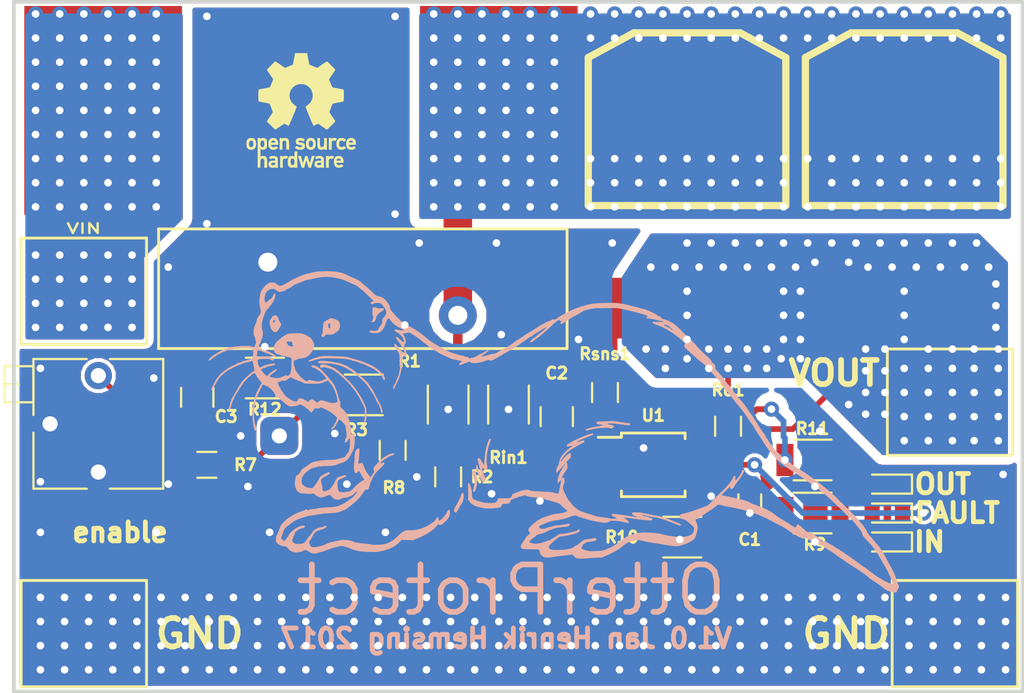
<source format=kicad_pcb>
(kicad_pcb (version 20170123) (host pcbnew "(2017-08-30 revision 50164e996)-master")
  (layers (0 F.Cu mixed) (31 B.Cu mixed) (34 B.Paste user) (35 F.Paste user) (36 B.SilkS user) (37 F.SilkS user) (38 B.Mask user) (39 F.Mask user) (44 Edge.Cuts user))
  (net 0 "")
  (net 1 "Net-(C1-Pad1)")
  (net 2 GND)
  (net 3 VIN)
  (net 4 VOUT)
  (net 5 "Net-(R1-Pad2)")
  (net 6 UVLO)
  (net 7 "Net-(R7-Pad2)")
  (net 8 "Net-(Ro1-Pad2)")
  (net 9 "Net-(Rsns1-Pad2)")
  (net 10 G)
  (net 11 "Net-(C3-Pad1)")
  (net 12 "Net-(D2-Pad2)")
  (net 13 "Net-(D3-Pad2)")
  (net 14 "Net-(D4-Pad2)")
  (net 15 "Net-(D2-Pad1)")
  (net 16 "Net-(C2-Pad1)")
  (net 17 "Net-(JP1-Pad2)")
  (net 18 "Net-(JP1-Pad1)")
  (net 19 Bat)
  (module Symbols:OSHW-Logo_5.7x6mm_SilkScreen (layer F.Cu) (at 153.035 74.295)
    (fp_text reference REF*** hide)
    (fp_text value OSHW-Logo_5.7x6mm_SilkScreen hide)
  )
  (module otter:otter1 (layer B.Cu) (at 166.37 91.186 180)
    (fp_text reference G*** hide)
    (fp_text value LOGO hide)
  )
  (module Wire_Pads:SolderWirePad_single_0-8mmDrill (layer F.Cu) (at 151.892 91.44)
    (fp_text reference REF** hide)
    (fp_text value SolderWirePad_single_0-8mmDrill)
    (pad 1 thru_hole roundrect (at 0 0) (size 1.99898 1.99898) (drill 0.8001) (layers *.Cu *.Mask) (net 6 UVLO))
  )
  (module Housings_SSOP:MSOP-10_3x3mm_Pitch0.5mm (layer F.Cu) (at 171.577 92.964)
    (fp_text reference U1 (at 0 -2.6) (layer F.SilkS) (effects (font (size 0.6 0.6))))
    (fp_text value LM5060)
    (pad 1 smd rect (at -2.2 -1) (size 1.4 0.3) (layers F.Cu F.Paste F.Mask) (net 9 "Net-(Rsns1-Pad2)"))
    (pad 2 smd rect (at -2.2 -0.5) (size 1.4 0.3) (layers F.Cu F.Paste F.Mask) (net 16 "Net-(C2-Pad1)"))
    (pad 3 smd rect (at -2.2 0) (size 1.4 0.3) (layers F.Cu F.Paste F.Mask) (net 5 "Net-(R1-Pad2)"))
    (pad 4 smd rect (at -2.2 0.5) (size 1.4 0.3) (layers F.Cu F.Paste F.Mask) (net 6 UVLO))
    (pad 5 smd rect (at -2.2 1) (size 1.4 0.3) (layers F.Cu F.Paste F.Mask) (net 18 "Net-(JP1-Pad1)"))
    (pad 6 smd rect (at 2.2 1) (size 1.4 0.3) (layers F.Cu F.Paste F.Mask) (net 2 GND))
    (pad 7 smd rect (at 2.2 0.5) (size 1.4 0.3) (layers F.Cu F.Paste F.Mask) (net 1 "Net-(C1-Pad1)"))
    (pad 8 smd rect (at 2.2 0) (size 1.4 0.3) (layers F.Cu F.Paste F.Mask) (net 15 "Net-(D2-Pad1)"))
    (pad 9 smd rect (at 2.2 -0.5) (size 1.4 0.3) (layers F.Cu F.Paste F.Mask) (net 8 "Net-(Ro1-Pad2)"))
    (pad 10 smd rect (at 2.2 -1) (size 1.4 0.3) (layers F.Cu F.Paste F.Mask) (net 10 G))
  )
  (module crf1:D2PAK-7-GDS (layer F.Cu) (at 173.355 80.01)
    (fp_text reference U10 hide)
    (fp_text value IRFS7734TRL7PP hide)
    (pad 4 smd rect (at 0 -5.90042) (size 10.80008 8.15086) (layers F.Cu F.Paste F.Mask) (net 3 VIN))
    (pad 1 smd rect (at -3.81 4.70154) (size 0.89916 3.2004) (layers F.Cu F.Paste F.Mask) (net 10 G))
    (pad 2 smd rect (at -2.54 4.70154) (size 0.89916 3.2004) (layers F.Cu F.Paste F.Mask) (net 4 VOUT))
    (pad 3 smd rect (at -1.27 4.70154) (size 0.89916 3.2004) (layers F.Cu F.Paste F.Mask) (net 4 VOUT))
    (pad 5 smd rect (at 1.27 4.70154) (size 0.89916 3.2004) (layers F.Cu F.Paste F.Mask) (net 4 VOUT))
    (pad 6 smd rect (at 2.54 4.70154) (size 0.89916 3.2004) (layers F.Cu F.Paste F.Mask) (net 4 VOUT))
    (pad 7 smd rect (at 3.81 4.70154) (size 0.89916 3.2004) (layers F.Cu F.Paste F.Mask) (net 4 VOUT))
  )
  (module Capacitors_SMD:C_0603 (layer F.Cu) (at 176.657 94.869 270)
    (fp_text reference C1 (at 2.032 0 180) (layer F.SilkS) (effects (font (size 0.6 0.6))))
    (fp_text value "68nF 16V")
    (pad 1 smd rect (at -0.75 0 270) (size 0.8 0.75) (layers F.Cu F.Paste F.Mask) (net 1 "Net-(C1-Pad1)"))
    (pad 2 smd rect (at 0.75 0 270) (size 0.8 0.75) (layers F.Cu F.Paste F.Mask) (net 2 GND))
  )
  (module Resistors_SMD:R_0603 (layer F.Cu) (at 160.782 93.599 270)
    (fp_text reference R2 (at 0 -1.778 180) (layer F.SilkS) (effects (font (size 0.6 0.6))))
    (fp_text value 315kOhm)
    (pad 2 smd rect (at 0.75 0 270) (size 0.5 0.9) (layers F.Cu F.Paste F.Mask) (net 2 GND))
    (pad 1 smd rect (at -0.75 0 270) (size 0.5 0.9) (layers F.Cu F.Paste F.Mask) (net 5 "Net-(R1-Pad2)"))
  )
  (module Resistors_SMD:R_0603 (layer F.Cu) (at 148.082 92.964 180)
    (fp_text reference R7 (at -2.032 0 180) (layer F.SilkS) (effects (font (size 0.6 0.6))))
    (fp_text value 500kohm)
    (pad 2 smd rect (at 0.75 0 180) (size 0.5 0.9) (layers F.Cu F.Paste F.Mask) (net 7 "Net-(R7-Pad2)"))
    (pad 1 smd rect (at -0.75 0 180) (size 0.5 0.9) (layers F.Cu F.Paste F.Mask) (net 6 UVLO))
  )
  (module Resistors_SMD:R_0603 (layer F.Cu) (at 157.861 92.202 270)
    (fp_text reference R8 (at 1.9685 -0.0635 180) (layer F.SilkS) (effects (font (size 0.6 0.6))))
    (fp_text value 1MOhm)
    (pad 1 smd rect (at -0.75 0 270) (size 0.5 0.9) (layers F.Cu F.Paste F.Mask) (net 3 VIN))
    (pad 2 smd rect (at 0.75 0 270) (size 0.5 0.9) (layers F.Cu F.Paste F.Mask) (net 17 "Net-(JP1-Pad2)"))
  )
  (module Resistors_SMD:R_0603 (layer F.Cu) (at 175.514 90.932 270)
    (fp_text reference Ro1 (at -1.905 0 180) (layer F.SilkS) (effects (font (size 0.6 0.6))))
    (fp_text value 10kOhm)
    (pad 2 smd rect (at 0.75 0 270) (size 0.5 0.9) (layers F.Cu F.Paste F.Mask) (net 8 "Net-(Ro1-Pad2)"))
    (pad 1 smd rect (at -0.75 0 270) (size 0.5 0.9) (layers F.Cu F.Paste F.Mask) (net 4 VOUT))
  )
  (module Resistors_SMD:R_0603 (layer F.Cu) (at 169.037 89.154 270)
    (fp_text reference Rsns1 (at -2.032 0 180) (layer F.SilkS) (effects (font (size 0.6 0.6))))
    (fp_text value 10kOhm)
    (pad 1 smd rect (at -0.75 0 270) (size 0.5 0.9) (layers F.Cu F.Paste F.Mask) (net 3 VIN))
    (pad 2 smd rect (at 0.75 0 270) (size 0.5 0.9) (layers F.Cu F.Paste F.Mask) (net 9 "Net-(Rsns1-Pad2)"))
  )
  (module Capacitors_SMD:C_0805 (layer F.Cu) (at 166.497 90.424 90)
    (fp_text reference C2 (at 2.286 0 180) (layer F.SilkS) (effects (font (size 0.6 0.6))))
    (fp_text value "100nF 100V")
    (pad 1 smd rect (at -1 0 90) (size 1 1.25) (layers F.Cu F.Paste F.Mask) (net 16 "Net-(C2-Pad1)"))
    (pad 2 smd rect (at 1 0 90) (size 1 1.25) (layers F.Cu F.Paste F.Mask) (net 2 GND))
  )
  (module Capacitors_SMD:C_0805 (layer F.Cu) (at 147.574 89.408 270)
    (fp_text reference C3 (at 1.016 -1.524 180) (layer F.SilkS) (effects (font (size 0.6 0.6))))
    (fp_text value "100nF 100V")
    (pad 2 smd rect (at 1 0 270) (size 1 1.25) (layers F.Cu F.Paste F.Mask) (net 2 GND))
    (pad 1 smd rect (at -1 0 270) (size 1 1.25) (layers F.Cu F.Paste F.Mask) (net 11 "Net-(C3-Pad1)"))
  )
  (module Resistors_SMD:R_1206 (layer F.Cu) (at 160.782 89.789 270)
    (fp_text reference R1 (at -2.286 2.032 180) (layer F.SilkS) (effects (font (size 0.6 0.6))))
    (fp_text value 10kOhm)
    (pad 2 smd rect (at 1.45 0 270) (size 0.9 1.7) (layers F.Cu F.Paste F.Mask) (net 5 "Net-(R1-Pad2)"))
    (pad 1 smd rect (at -1.45 0 270) (size 0.9 1.7) (layers F.Cu F.Paste F.Mask) (net 3 VIN))
  )
  (module Resistors_SMD:R_1206 (layer F.Cu) (at 156.337 89.281 180)
    (fp_text reference R3 (at 0.381 -1.8415 180) (layer F.SilkS) (effects (font (size 0.6 0.6))))
    (fp_text value 1MOhm)
    (pad 1 smd rect (at -1.45 0 180) (size 0.9 1.7) (layers F.Cu F.Paste F.Mask) (net 3 VIN))
    (pad 2 smd rect (at 1.45 0 180) (size 0.9 1.7) (layers F.Cu F.Paste F.Mask) (net 6 UVLO))
  )
  (module Resistors_SMD:R_1206 (layer F.Cu) (at 179.959 95.504)
    (fp_text reference R9 (at 0.127 1.651) (layer F.SilkS) (effects (font (size 0.6 0.6))))
    (fp_text value 10kOhm)
    (pad 1 smd rect (at -1.45 0) (size 0.9 1.7) (layers F.Cu F.Paste F.Mask) (net 3 VIN))
    (pad 2 smd rect (at 1.45 0) (size 0.9 1.7) (layers F.Cu F.Paste F.Mask) (net 12 "Net-(D2-Pad2)"))
  )
  (module Resistors_SMD:R_1206 (layer F.Cu) (at 173.101 96.774 180)
    (fp_text reference R10 (at 3.175 0 180) (layer F.SilkS) (effects (font (size 0.6 0.6))))
    (fp_text value 10kOhm)
    (pad 1 smd rect (at -1.45 0 180) (size 0.9 1.7) (layers F.Cu F.Paste F.Mask) (net 3 VIN))
    (pad 2 smd rect (at 1.45 0 180) (size 0.9 1.7) (layers F.Cu F.Paste F.Mask) (net 13 "Net-(D3-Pad2)"))
  )
  (module Resistors_SMD:R_1206 (layer F.Cu) (at 179.959 92.71)
    (fp_text reference R11 (at 0 -1.651) (layer F.SilkS) (effects (font (size 0.6 0.6))))
    (fp_text value 10kOhm)
    (pad 2 smd rect (at 1.45 0) (size 0.9 1.7) (layers F.Cu F.Paste F.Mask) (net 14 "Net-(D4-Pad2)"))
    (pad 1 smd rect (at -1.45 0) (size 0.9 1.7) (layers F.Cu F.Paste F.Mask) (net 4 VOUT))
  )
  (module Resistors_SMD:R_1206 (layer F.Cu) (at 151.13 88.392 180)
    (fp_text reference R12 (at 0 -1.651 180) (layer F.SilkS) (effects (font (size 0.6 0.6))))
    (fp_text value 0.27Ohm)
    (pad 2 smd rect (at 1.45 0 180) (size 0.9 1.7) (layers F.Cu F.Paste F.Mask) (net 11 "Net-(C3-Pad1)"))
    (pad 1 smd rect (at -1.45 0 180) (size 0.9 1.7) (layers F.Cu F.Paste F.Mask) (net 3 VIN))
  )
  (module Resistors_SMD:R_1206 (layer F.Cu) (at 163.957 89.789 90)
    (fp_text reference Rin1 (at -2.794 0 180) (layer F.SilkS) (effects (font (size 0.6 0.6))))
    (fp_text value 100Ohm)
    (pad 1 smd rect (at -1.45 0 90) (size 0.9 1.7) (layers F.Cu F.Paste F.Mask) (net 16 "Net-(C2-Pad1)"))
    (pad 2 smd rect (at 1.45 0 90) (size 0.9 1.7) (layers F.Cu F.Paste F.Mask) (net 3 VIN))
  )
  (module crf1:CarfuseMaxi (layer F.Cu) (at 153.035 74.295 180)
    (fp_text reference F1 hide)
    (fp_text value Fuse)
    (pad 2 smd rect (at -10.414 0 180) (size 8.3 11) (layers F.Cu F.Paste F.Mask) (net 3 VIN))
    (pad 1 smd rect (at 10.414 0 180) (size 8.3 11) (layers F.Cu F.Paste F.Mask) (net 19 Bat))
  )
  (module crf1:1PAD_6x5mm (layer F.Cu) (at 141.605 83.82 180)
    (fp_text reference P1VBAT1 hide)
    (fp_text value VBAT hide)
    (pad 1 smd rect (at 0 0 180) (size 6 5) (layers F.Cu F.Paste F.Mask) (net 19 Bat))
  )
  (module crf1:1PAD_6x5mm (layer F.Cu) (at 187.198 89.662 180)
    (fp_text reference P2VBAT1 hide)
    (fp_text value VOUT hide)
    (pad 1 smd rect (at 0 0 180) (size 6 5) (layers F.Cu F.Paste F.Mask) (net 4 VOUT))
  )
  (module Varistors:RV_Disc_D21.5_W6.3_P10 (layer F.Cu) (at 161.29 85.09 180)
    (fp_text reference RV1 hide)
    (fp_text value Varistor)
    (pad 1 thru_hole circle (at 0 0 180) (size 2 2) (drill 1) (layers *.Cu *.Mask) (net 3 VIN))
    (pad 2 thru_hole circle (at 10 2.8 180) (size 2 2) (drill 1) (layers *.Cu *.Mask) (net 2 GND))
  )
  (module crf1:D2PAK-7-GDS (layer F.Cu) (at 184.785 80.01)
    (fp_text reference U11 hide)
    (fp_text value IRFS7734TRL7PP hide)
    (pad 7 smd rect (at 3.81 4.70154) (size 0.89916 3.2004) (layers F.Cu F.Paste F.Mask) (net 4 VOUT))
    (pad 6 smd rect (at 2.54 4.70154) (size 0.89916 3.2004) (layers F.Cu F.Paste F.Mask) (net 4 VOUT))
    (pad 5 smd rect (at 1.27 4.70154) (size 0.89916 3.2004) (layers F.Cu F.Paste F.Mask) (net 4 VOUT))
    (pad 3 smd rect (at -1.27 4.70154) (size 0.89916 3.2004) (layers F.Cu F.Paste F.Mask) (net 4 VOUT))
    (pad 2 smd rect (at -2.54 4.70154) (size 0.89916 3.2004) (layers F.Cu F.Paste F.Mask) (net 4 VOUT))
    (pad 1 smd rect (at -3.81 4.70154) (size 0.89916 3.2004) (layers F.Cu F.Paste F.Mask) (net 10 G))
    (pad 4 smd rect (at 0 -5.90042) (size 10.80008 8.15086) (layers F.Cu F.Paste F.Mask) (net 3 VIN))
  )
  (module LEDs:LED_0603 (layer F.Cu) (at 183.896 95.504 180)
    (fp_text reference D2 hide)
    (fp_text value Error)
    (pad 2 smd rect (at 0.8 0) (size 0.8 0.8) (layers F.Cu F.Paste F.Mask) (net 12 "Net-(D2-Pad2)"))
    (pad 1 smd rect (at -0.8 0) (size 0.8 0.8) (layers F.Cu F.Paste F.Mask) (net 15 "Net-(D2-Pad1)"))
  )
  (module LEDs:LED_0603 (layer F.Cu) (at 183.896 97.028 180)
    (fp_text reference D3 hide)
    (fp_text value Power)
    (pad 1 smd rect (at -0.8 0) (size 0.8 0.8) (layers F.Cu F.Paste F.Mask) (net 2 GND))
    (pad 2 smd rect (at 0.8 0) (size 0.8 0.8) (layers F.Cu F.Paste F.Mask) (net 13 "Net-(D3-Pad2)"))
  )
  (module LEDs:LED_0603 (layer F.Cu) (at 183.896 93.98 180)
    (fp_text reference D4 hide)
    (fp_text value Output)
    (pad 2 smd rect (at 0.8 0) (size 0.8 0.8) (layers F.Cu F.Paste F.Mask) (net 14 "Net-(D4-Pad2)"))
    (pad 1 smd rect (at -0.8 0) (size 0.8 0.8) (layers F.Cu F.Paste F.Mask) (net 2 GND))
  )
  (module crf1:smdJumper1x2 (layer F.Cu) (at 140.081 96.52 90)
    (fp_text reference JP1 hide)
    (fp_text value Jumper)
    (pad 2 smd rect (at 1.27 0 90) (size 0.64 2.5) (layers F.Cu F.Paste F.Mask) (net 17 "Net-(JP1-Pad2)"))
    (pad 1 smd rect (at -1.27 0 90) (size 0.64 2.5) (layers F.Cu F.Paste F.Mask) (net 18 "Net-(JP1-Pad1)"))
  )
  (module crf1:1PAD_6x5mm (layer F.Cu) (at 187.452 101.854)
    (fp_text reference P1GND1 hide)
    (fp_text value GND hide)
    (pad 1 smd rect (at 0 0) (size 6 5) (layers F.Cu F.Paste F.Mask) (net 2 GND))
  )
  (module crf1:1PAD_6x5mm (layer F.Cu) (at 141.605 101.854)
    (fp_text reference P2GND1 hide)
    (fp_text value GND hide)
    (pad 1 smd rect (at 0 0) (size 6 5) (layers F.Cu F.Paste F.Mask) (net 2 GND))
  )
  (module Potentiometers:Potentiometer_Trimmer_Bourns_3266P (layer F.Cu) (at 142.367 88.265)
    (fp_text reference RV2 hide)
    (fp_text value POT_TRIM)
    (pad 1 thru_hole circle (at 0 0) (size 1.44 1.44) (drill 0.8) (layers *.Cu *.Mask) (net 7 "Net-(R7-Pad2)"))
    (pad 2 thru_hole circle (at -2.54 2.54) (size 1.44 1.44) (drill 0.8) (layers *.Cu *.Mask) (net 2 GND))
    (pad 3 thru_hole circle (at 0 5.08) (size 1.44 1.44) (drill 0.8) (layers *.Cu *.Mask) (net 2 GND))
  )
  (gr_text "V1.0 Jan Henrik Hemsing 2017" (at 163.83 102.108) (layer B.SilkS) (effects (font (size 1 1) (thickness 0.25)) (justify mirror)))
  (gr_text OtterProtect (at 164.084 99.568) (layer B.SilkS) (effects (font (size 2.5 2.5) (thickness 0.3)) (justify mirror)))
  (gr_line (start 191.008 68.58) (end 137.922 68.58) (layer Edge.Cuts) (width 0.2))
  (gr_line (start 191.008 104.902) (end 191.008 68.58) (layer Edge.Cuts) (width 0.2))
  (gr_line (start 137.922 104.902) (end 191.008 104.902) (layer Edge.Cuts) (width 0.2))
  (gr_line (start 137.922 68.58) (end 137.922 104.902) (layer Edge.Cuts) (width 0.2))
  (gr_text enable (at 143.51 96.52) (layer F.SilkS) (effects (font (size 1 1) (thickness 0.25))))
  (gr_text IN (at 186.1185 97.028) (layer F.SilkS) (effects (font (size 1.016 1.016) (thickness 0.254))))
  (gr_text FAULT (at 187.579 95.504) (layer F.SilkS) (effects (font (size 1.016 1.016) (thickness 0.254))))
  (gr_text OUT (at 186.817 93.98) (layer F.SilkS) (effects (font (size 1.016 1.016) (thickness 0.254))))
  (gr_text GND (at 181.737 101.854) (layer F.SilkS) (effects (font (size 1.5 1.5) (thickness 0.3))))
  (gr_text VOUT (at 181.102 88.138) (layer F.SilkS) (effects (font (size 1.27 1.27) (thickness 0.3))))
  (gr_text GND (at 147.701 101.854) (layer F.SilkS) (effects (font (size 1.5 1.5) (thickness 0.3))))
  (gr_text VIN (at 141.605 80.518) (layer F.SilkS) (effects (font (size 0.508 0.762) (thickness 0.127))))
  (via (at 174.625 94.615) (size 0.8) (drill 0.4) (layers F.Cu B.Cu) (net 2))
  (via (at 168.275 79.375) (size 0.8) (drill 0.4) (layers F.Cu B.Cu) (net 3))
  (via (at 169.545 79.375) (size 0.8) (drill 0.4) (layers F.Cu B.Cu) (net 3))
  (via (at 170.815 79.375) (size 0.8) (drill 0.4) (layers F.Cu B.Cu) (net 3))
  (via (at 168.275 78.105) (size 0.8) (drill 0.4) (layers F.Cu B.Cu) (net 3))
  (via (at 169.545 78.105) (size 0.8) (drill 0.4) (layers F.Cu B.Cu) (net 3))
  (via (at 170.815 78.105) (size 0.8) (drill 0.4) (layers F.Cu B.Cu) (net 3))
  (via (at 172.085 79.375) (size 0.8) (drill 0.4) (layers F.Cu B.Cu) (net 3))
  (via (at 172.085 78.105) (size 0.8) (drill 0.4) (layers F.Cu B.Cu) (net 3))
  (via (at 160.02 79.375) (size 0.8) (drill 0.4) (layers F.Cu B.Cu) (net 3))
  (via (at 161.29 79.375) (size 0.8) (drill 0.4) (layers F.Cu B.Cu) (net 3))
  (via (at 162.56 79.375) (size 0.8) (drill 0.4) (layers F.Cu B.Cu) (net 3))
  (via (at 163.83 79.375) (size 0.8) (drill 0.4) (layers F.Cu B.Cu) (net 3))
  (via (at 160.02 78.105) (size 0.8) (drill 0.4) (layers F.Cu B.Cu) (net 3))
  (via (at 161.29 78.105) (size 0.8) (drill 0.4) (layers F.Cu B.Cu) (net 3))
  (via (at 162.56 78.105) (size 0.8) (drill 0.4) (layers F.Cu B.Cu) (net 3))
  (via (at 163.83 78.105) (size 0.8) (drill 0.4) (layers F.Cu B.Cu) (net 3))
  (via (at 180.34 91.186) (size 0.8) (drill 0.4) (layers F.Cu B.Cu) (net 2))
  (via (at 180.086 97.028) (size 0.8) (drill 0.4) (layers F.Cu B.Cu) (net 2))
  (via (at 180.086 94.107) (size 0.8) (drill 0.4) (layers F.Cu B.Cu) (net 2))
  (via (at 139.319 93.853) (size 0.8) (drill 0.4) (layers F.Cu B.Cu) (net 2))
  (via (at 139.319 87.884) (size 0.8) (drill 0.4) (layers F.Cu B.Cu) (net 2))
  (via (at 167.64 86.36) (size 0.8) (drill 0.4) (layers F.Cu B.Cu) (net 2))
  (via (at 163.576 86.106) (size 0.8) (drill 0.4) (layers F.Cu B.Cu) (net 2))
  (via (at 151.13 86.741) (size 0.8) (drill 0.4) (layers F.Cu B.Cu) (net 2))
  (via (at 158.496 85.598) (size 0.8) (drill 0.4) (layers F.Cu B.Cu) (net 2))
  (via (at 145.288 88.392) (size 0.8) (drill 0.4) (layers F.Cu B.Cu) (net 2))
  (via (at 149.86 91.44) (size 0.8) (drill 0.4) (layers F.Cu B.Cu) (net 2))
  (via (at 146.05 93.98) (size 0.8) (drill 0.4) (layers F.Cu B.Cu) (net 2))
  (via (at 150.241 94.107) (size 0.8) (drill 0.4) (layers F.Cu B.Cu) (net 2))
  (via (at 155.448 93.98) (size 0.8) (drill 0.4) (layers F.Cu B.Cu) (net 2))
  (via (at 154.813 91.313) (size 0.8) (drill 0.4) (layers F.Cu B.Cu) (net 2))
  (via (at 157.48 96.52) (size 0.8) (drill 0.4) (layers F.Cu B.Cu) (net 2))
  (via (at 151.384 96.52) (size 0.8) (drill 0.4) (layers F.Cu B.Cu) (net 2))
  (via (at 145.415 96.52) (size 0.8) (drill 0.4) (layers F.Cu B.Cu) (net 2))
  (via (at 139.319 96.52) (size 0.8) (drill 0.4) (layers F.Cu B.Cu) (net 2))
  (via (at 163.068 94.488) (size 0.8) (drill 0.4) (layers F.Cu B.Cu) (net 2))
  (via (at 159.131 93.599) (size 0.8) (drill 0.4) (layers F.Cu B.Cu) (net 2))
  (via (at 172.974 96.901) (size 0.8) (drill 0.4) (layers F.Cu B.Cu) (net 2))
  (via (at 171.069 92.075) (size 0.8) (drill 0.4) (layers F.Cu B.Cu) (net 2))
  (via (at 165.608 94.869) (size 0.8) (drill 0.4) (layers F.Cu B.Cu) (net 2))
  (via (at 183.769 101.219) (size 0.8) (drill 0.4) (layers F.Cu B.Cu) (net 2))
  (via (at 160.782 90.043) (size 0.8) (drill 0.4) (layers F.Cu B.Cu) (net 2))
  (via (at 163.957 90.043) (size 0.8) (drill 0.4) (layers F.Cu B.Cu) (net 2))
  (via (at 176.657 95.504) (size 0.8) (drill 0.4) (layers F.Cu B.Cu) (net 2))
  (via (at 140.589 103.759) (size 0.8) (drill 0.4) (layers F.Cu B.Cu) (net 2))
  (via (at 143.129 103.759) (size 0.8) (drill 0.4) (layers F.Cu B.Cu) (net 2))
  (via (at 139.319 103.759) (size 0.8) (drill 0.4) (layers F.Cu B.Cu) (net 2))
  (via (at 144.399 103.759) (size 0.8) (drill 0.4) (layers F.Cu B.Cu) (net 2))
  (via (at 141.859 103.759) (size 0.8) (drill 0.4) (layers F.Cu B.Cu) (net 2))
  (via (at 143.129 102.489) (size 0.8) (drill 0.4) (layers F.Cu B.Cu) (net 2))
  (via (at 141.859 102.489) (size 0.8) (drill 0.4) (layers F.Cu B.Cu) (net 2))
  (via (at 139.319 102.489) (size 0.8) (drill 0.4) (layers F.Cu B.Cu) (net 2))
  (via (at 140.589 102.489) (size 0.8) (drill 0.4) (layers F.Cu B.Cu) (net 2))
  (via (at 144.399 102.489) (size 0.8) (drill 0.4) (layers F.Cu B.Cu) (net 2))
  (via (at 139.319 101.219) (size 0.8) (drill 0.4) (layers F.Cu B.Cu) (net 2))
  (via (at 143.129 101.219) (size 0.8) (drill 0.4) (layers F.Cu B.Cu) (net 2))
  (via (at 141.859 99.949) (size 0.8) (drill 0.4) (layers F.Cu B.Cu) (net 2))
  (via (at 139.319 99.949) (size 0.8) (drill 0.4) (layers F.Cu B.Cu) (net 2))
  (via (at 144.399 101.219) (size 0.8) (drill 0.4) (layers F.Cu B.Cu) (net 2))
  (via (at 144.399 99.949) (size 0.8) (drill 0.4) (layers F.Cu B.Cu) (net 2))
  (via (at 141.859 101.219) (size 0.8) (drill 0.4) (layers F.Cu B.Cu) (net 2))
  (via (at 143.129 99.949) (size 0.8) (drill 0.4) (layers F.Cu B.Cu) (net 2))
  (via (at 140.589 101.219) (size 0.8) (drill 0.4) (layers F.Cu B.Cu) (net 2))
  (via (at 140.589 99.949) (size 0.8) (drill 0.4) (layers F.Cu B.Cu) (net 2))
  (via (at 189.992 93.472) (size 0.8) (drill 0.4) (layers F.Cu B.Cu) (net 2))
  (via (at 157.988 79.756) (size 0.8) (drill 0.4) (layers F.Cu B.Cu) (net 2))
  (via (at 159.258 81.28) (size 0.8) (drill 0.4) (layers F.Cu B.Cu) (net 2))
  (via (at 148.082 80.264) (size 0.8) (drill 0.4) (layers F.Cu B.Cu) (net 2))
  (via (at 146.05 82.55) (size 0.8) (drill 0.4) (layers F.Cu B.Cu) (net 2))
  (via (at 148.082 69.342) (size 0.8) (drill 0.4) (layers F.Cu B.Cu) (net 2))
  (via (at 157.988 69.342) (size 0.8) (drill 0.4) (layers F.Cu B.Cu) (net 2))
  (via (at 169.418 81.28) (size 0.8) (drill 0.4) (layers F.Cu B.Cu) (net 2))
  (via (at 163.322 81.28) (size 0.8) (drill 0.4) (layers F.Cu B.Cu) (net 2))
  (via (at 188.849 102.489) (size 0.8) (drill 0.4) (layers F.Cu B.Cu) (net 2))
  (via (at 188.849 99.949) (size 0.8) (drill 0.4) (layers F.Cu B.Cu) (net 2))
  (via (at 190.119 102.489) (size 0.8) (drill 0.4) (layers F.Cu B.Cu) (net 2))
  (via (at 190.119 99.949) (size 0.8) (drill 0.4) (layers F.Cu B.Cu) (net 2))
  (via (at 188.849 101.219) (size 0.8) (drill 0.4) (layers F.Cu B.Cu) (net 2))
  (via (at 187.579 99.949) (size 0.8) (drill 0.4) (layers F.Cu B.Cu) (net 2))
  (via (at 187.579 103.759) (size 0.8) (drill 0.4) (layers F.Cu B.Cu) (net 2))
  (via (at 187.579 101.219) (size 0.8) (drill 0.4) (layers F.Cu B.Cu) (net 2))
  (via (at 190.119 101.219) (size 0.8) (drill 0.4) (layers F.Cu B.Cu) (net 2))
  (via (at 190.119 103.759) (size 0.8) (drill 0.4) (layers F.Cu B.Cu) (net 2))
  (via (at 187.579 102.489) (size 0.8) (drill 0.4) (layers F.Cu B.Cu) (net 2))
  (via (at 188.849 103.759) (size 0.8) (drill 0.4) (layers F.Cu B.Cu) (net 2))
  (via (at 179.959 99.949) (size 0.8) (drill 0.4) (layers F.Cu B.Cu) (net 2))
  (via (at 185.039 102.489) (size 0.8) (drill 0.4) (layers F.Cu B.Cu) (net 2))
  (via (at 182.499 101.219) (size 0.8) (drill 0.4) (layers F.Cu B.Cu) (net 2))
  (via (at 181.229 102.489) (size 0.8) (drill 0.4) (layers F.Cu B.Cu) (net 2))
  (via (at 178.689 103.759) (size 0.8) (drill 0.4) (layers F.Cu B.Cu) (net 2))
  (via (at 178.689 101.219) (size 0.8) (drill 0.4) (layers F.Cu B.Cu) (net 2))
  (via (at 185.039 103.759) (size 0.8) (drill 0.4) (layers F.Cu B.Cu) (net 2))
  (via (at 186.309 101.219) (size 0.8) (drill 0.4) (layers F.Cu B.Cu) (net 2))
  (via (at 183.769 102.489) (size 0.8) (drill 0.4) (layers F.Cu B.Cu) (net 2))
  (via (at 178.689 102.489) (size 0.8) (drill 0.4) (layers F.Cu B.Cu) (net 2))
  (via (at 181.229 101.219) (size 0.8) (drill 0.4) (layers F.Cu B.Cu) (net 2))
  (via (at 181.229 103.759) (size 0.8) (drill 0.4) (layers F.Cu B.Cu) (net 2))
  (via (at 179.959 102.489) (size 0.8) (drill 0.4) (layers F.Cu B.Cu) (net 2))
  (via (at 182.499 102.489) (size 0.8) (drill 0.4) (layers F.Cu B.Cu) (net 2))
  (via (at 182.499 103.759) (size 0.8) (drill 0.4) (layers F.Cu B.Cu) (net 2))
  (via (at 179.959 101.219) (size 0.8) (drill 0.4) (layers F.Cu B.Cu) (net 2))
  (via (at 178.689 99.949) (size 0.8) (drill 0.4) (layers F.Cu B.Cu) (net 2))
  (via (at 186.309 103.759) (size 0.8) (drill 0.4) (layers F.Cu B.Cu) (net 2))
  (via (at 181.229 99.949) (size 0.8) (drill 0.4) (layers F.Cu B.Cu) (net 2))
  (via (at 183.769 103.759) (size 0.8) (drill 0.4) (layers F.Cu B.Cu) (net 2))
  (via (at 186.309 99.949) (size 0.8) (drill 0.4) (layers F.Cu B.Cu) (net 2))
  (via (at 179.959 103.759) (size 0.8) (drill 0.4) (layers F.Cu B.Cu) (net 2))
  (via (at 185.039 99.949) (size 0.8) (drill 0.4) (layers F.Cu B.Cu) (net 2))
  (via (at 186.309 102.489) (size 0.8) (drill 0.4) (layers F.Cu B.Cu) (net 2))
  (via (at 182.499 99.949) (size 0.8) (drill 0.4) (layers F.Cu B.Cu) (net 2))
  (via (at 183.769 99.949) (size 0.8) (drill 0.4) (layers F.Cu B.Cu) (net 2))
  (via (at 185.039 101.219) (size 0.8) (drill 0.4) (layers F.Cu B.Cu) (net 2))
  (via (at 177.419 101.219) (size 0.8) (drill 0.4) (layers F.Cu B.Cu) (net 2))
  (via (at 176.149 99.949) (size 0.8) (drill 0.4) (layers F.Cu B.Cu) (net 2))
  (via (at 176.149 103.759) (size 0.8) (drill 0.4) (layers F.Cu B.Cu) (net 2))
  (via (at 171.069 101.219) (size 0.8) (drill 0.4) (layers F.Cu B.Cu) (net 2))
  (via (at 177.419 103.759) (size 0.8) (drill 0.4) (layers F.Cu B.Cu) (net 2))
  (via (at 176.149 101.219) (size 0.8) (drill 0.4) (layers F.Cu B.Cu) (net 2))
  (via (at 174.879 101.219) (size 0.8) (drill 0.4) (layers F.Cu B.Cu) (net 2))
  (via (at 173.609 102.489) (size 0.8) (drill 0.4) (layers F.Cu B.Cu) (net 2))
  (via (at 173.609 101.219) (size 0.8) (drill 0.4) (layers F.Cu B.Cu) (net 2))
  (via (at 174.879 102.489) (size 0.8) (drill 0.4) (layers F.Cu B.Cu) (net 2))
  (via (at 169.799 102.489) (size 0.8) (drill 0.4) (layers F.Cu B.Cu) (net 2))
  (via (at 177.419 99.949) (size 0.8) (drill 0.4) (layers F.Cu B.Cu) (net 2))
  (via (at 169.799 99.949) (size 0.8) (drill 0.4) (layers F.Cu B.Cu) (net 2))
  (via (at 174.879 103.759) (size 0.8) (drill 0.4) (layers F.Cu B.Cu) (net 2))
  (via (at 171.069 103.759) (size 0.8) (drill 0.4) (layers F.Cu B.Cu) (net 2))
  (via (at 176.149 102.489) (size 0.8) (drill 0.4) (layers F.Cu B.Cu) (net 2))
  (via (at 173.609 103.759) (size 0.8) (drill 0.4) (layers F.Cu B.Cu) (net 2))
  (via (at 169.799 103.759) (size 0.8) (drill 0.4) (layers F.Cu B.Cu) (net 2))
  (via (at 172.339 99.949) (size 0.8) (drill 0.4) (layers F.Cu B.Cu) (net 2))
  (via (at 172.339 101.219) (size 0.8) (drill 0.4) (layers F.Cu B.Cu) (net 2))
  (via (at 173.609 99.949) (size 0.8) (drill 0.4) (layers F.Cu B.Cu) (net 2))
  (via (at 172.339 103.759) (size 0.8) (drill 0.4) (layers F.Cu B.Cu) (net 2))
  (via (at 169.799 101.219) (size 0.8) (drill 0.4) (layers F.Cu B.Cu) (net 2))
  (via (at 171.069 99.949) (size 0.8) (drill 0.4) (layers F.Cu B.Cu) (net 2))
  (via (at 172.339 102.489) (size 0.8) (drill 0.4) (layers F.Cu B.Cu) (net 2))
  (via (at 174.879 99.949) (size 0.8) (drill 0.4) (layers F.Cu B.Cu) (net 2))
  (via (at 177.419 102.489) (size 0.8) (drill 0.4) (layers F.Cu B.Cu) (net 2))
  (via (at 171.069 102.489) (size 0.8) (drill 0.4) (layers F.Cu B.Cu) (net 2))
  (via (at 164.719 99.949) (size 0.8) (drill 0.4) (layers F.Cu B.Cu) (net 2))
  (via (at 165.989 101.219) (size 0.8) (drill 0.4) (layers F.Cu B.Cu) (net 2))
  (via (at 160.909 99.949) (size 0.8) (drill 0.4) (layers F.Cu B.Cu) (net 2))
  (via (at 160.909 101.219) (size 0.8) (drill 0.4) (layers F.Cu B.Cu) (net 2))
  (via (at 163.449 99.949) (size 0.8) (drill 0.4) (layers F.Cu B.Cu) (net 2))
  (via (at 163.449 103.759) (size 0.8) (drill 0.4) (layers F.Cu B.Cu) (net 2))
  (via (at 167.259 103.759) (size 0.8) (drill 0.4) (layers F.Cu B.Cu) (net 2))
  (via (at 165.989 99.949) (size 0.8) (drill 0.4) (layers F.Cu B.Cu) (net 2))
  (via (at 162.179 101.219) (size 0.8) (drill 0.4) (layers F.Cu B.Cu) (net 2))
  (via (at 162.179 102.489) (size 0.8) (drill 0.4) (layers F.Cu B.Cu) (net 2))
  (via (at 164.719 102.489) (size 0.8) (drill 0.4) (layers F.Cu B.Cu) (net 2))
  (via (at 167.259 102.489) (size 0.8) (drill 0.4) (layers F.Cu B.Cu) (net 2))
  (via (at 164.719 103.759) (size 0.8) (drill 0.4) (layers F.Cu B.Cu) (net 2))
  (via (at 168.529 99.949) (size 0.8) (drill 0.4) (layers F.Cu B.Cu) (net 2))
  (via (at 162.179 103.759) (size 0.8) (drill 0.4) (layers F.Cu B.Cu) (net 2))
  (via (at 168.529 102.489) (size 0.8) (drill 0.4) (layers F.Cu B.Cu) (net 2))
  (via (at 162.179 99.949) (size 0.8) (drill 0.4) (layers F.Cu B.Cu) (net 2))
  (via (at 167.259 99.949) (size 0.8) (drill 0.4) (layers F.Cu B.Cu) (net 2))
  (via (at 165.989 103.759) (size 0.8) (drill 0.4) (layers F.Cu B.Cu) (net 2))
  (via (at 163.449 101.219) (size 0.8) (drill 0.4) (layers F.Cu B.Cu) (net 2))
  (via (at 160.909 102.489) (size 0.8) (drill 0.4) (layers F.Cu B.Cu) (net 2))
  (via (at 164.719 101.219) (size 0.8) (drill 0.4) (layers F.Cu B.Cu) (net 2))
  (via (at 168.529 101.219) (size 0.8) (drill 0.4) (layers F.Cu B.Cu) (net 2))
  (via (at 165.989 102.489) (size 0.8) (drill 0.4) (layers F.Cu B.Cu) (net 2))
  (via (at 168.529 103.759) (size 0.8) (drill 0.4) (layers F.Cu B.Cu) (net 2))
  (via (at 167.259 101.219) (size 0.8) (drill 0.4) (layers F.Cu B.Cu) (net 2))
  (via (at 163.449 102.489) (size 0.8) (drill 0.4) (layers F.Cu B.Cu) (net 2))
  (via (at 160.909 103.759) (size 0.8) (drill 0.4) (layers F.Cu B.Cu) (net 2))
  (via (at 157.099 99.949) (size 0.8) (drill 0.4) (layers F.Cu B.Cu) (net 2))
  (via (at 157.099 101.219) (size 0.8) (drill 0.4) (layers F.Cu B.Cu) (net 2))
  (via (at 159.639 99.949) (size 0.8) (drill 0.4) (layers F.Cu B.Cu) (net 2))
  (via (at 159.639 103.759) (size 0.8) (drill 0.4) (layers F.Cu B.Cu) (net 2))
  (via (at 158.369 101.219) (size 0.8) (drill 0.4) (layers F.Cu B.Cu) (net 2))
  (via (at 158.369 102.489) (size 0.8) (drill 0.4) (layers F.Cu B.Cu) (net 2))
  (via (at 155.829 102.489) (size 0.8) (drill 0.4) (layers F.Cu B.Cu) (net 2))
  (via (at 155.829 99.949) (size 0.8) (drill 0.4) (layers F.Cu B.Cu) (net 2))
  (via (at 158.369 103.759) (size 0.8) (drill 0.4) (layers F.Cu B.Cu) (net 2))
  (via (at 158.369 99.949) (size 0.8) (drill 0.4) (layers F.Cu B.Cu) (net 2))
  (via (at 155.829 103.759) (size 0.8) (drill 0.4) (layers F.Cu B.Cu) (net 2))
  (via (at 159.639 101.219) (size 0.8) (drill 0.4) (layers F.Cu B.Cu) (net 2))
  (via (at 157.099 102.489) (size 0.8) (drill 0.4) (layers F.Cu B.Cu) (net 2))
  (via (at 155.829 101.219) (size 0.8) (drill 0.4) (layers F.Cu B.Cu) (net 2))
  (via (at 159.639 102.489) (size 0.8) (drill 0.4) (layers F.Cu B.Cu) (net 2))
  (via (at 157.099 103.759) (size 0.8) (drill 0.4) (layers F.Cu B.Cu) (net 2))
  (via (at 153.289 99.949) (size 0.8) (drill 0.4) (layers F.Cu B.Cu) (net 2))
  (via (at 153.289 101.219) (size 0.8) (drill 0.4) (layers F.Cu B.Cu) (net 2))
  (via (at 152.019 102.489) (size 0.8) (drill 0.4) (layers F.Cu B.Cu) (net 2))
  (via (at 153.289 103.759) (size 0.8) (drill 0.4) (layers F.Cu B.Cu) (net 2))
  (via (at 154.559 103.759) (size 0.8) (drill 0.4) (layers F.Cu B.Cu) (net 2))
  (via (at 150.749 103.759) (size 0.8) (drill 0.4) (layers F.Cu B.Cu) (net 2))
  (via (at 152.019 101.219) (size 0.8) (drill 0.4) (layers F.Cu B.Cu) (net 2))
  (via (at 152.019 103.759) (size 0.8) (drill 0.4) (layers F.Cu B.Cu) (net 2))
  (via (at 150.749 99.949) (size 0.8) (drill 0.4) (layers F.Cu B.Cu) (net 2))
  (via (at 150.749 101.219) (size 0.8) (drill 0.4) (layers F.Cu B.Cu) (net 2))
  (via (at 153.289 102.489) (size 0.8) (drill 0.4) (layers F.Cu B.Cu) (net 2))
  (via (at 154.559 102.489) (size 0.8) (drill 0.4) (layers F.Cu B.Cu) (net 2))
  (via (at 150.749 102.489) (size 0.8) (drill 0.4) (layers F.Cu B.Cu) (net 2))
  (via (at 152.019 99.949) (size 0.8) (drill 0.4) (layers F.Cu B.Cu) (net 2))
  (via (at 154.559 99.949) (size 0.8) (drill 0.4) (layers F.Cu B.Cu) (net 2))
  (via (at 154.559 101.219) (size 0.8) (drill 0.4) (layers F.Cu B.Cu) (net 2))
  (via (at 148.209 102.489) (size 0.8) (drill 0.4) (layers F.Cu B.Cu) (net 2))
  (via (at 148.209 103.759) (size 0.8) (drill 0.4) (layers F.Cu B.Cu) (net 2))
  (via (at 149.479 102.489) (size 0.8) (drill 0.4) (layers F.Cu B.Cu) (net 2))
  (via (at 149.479 103.759) (size 0.8) (drill 0.4) (layers F.Cu B.Cu) (net 2))
  (via (at 149.479 101.219) (size 0.8) (drill 0.4) (layers F.Cu B.Cu) (net 2))
  (via (at 148.209 99.949) (size 0.8) (drill 0.4) (layers F.Cu B.Cu) (net 2))
  (via (at 148.209 101.219) (size 0.8) (drill 0.4) (layers F.Cu B.Cu) (net 2))
  (via (at 149.479 99.949) (size 0.8) (drill 0.4) (layers F.Cu B.Cu) (net 2))
  (via (at 146.939 99.949) (size 0.8) (drill 0.4) (layers F.Cu B.Cu) (net 2))
  (via (at 145.669 101.219) (size 0.8) (drill 0.4) (layers F.Cu B.Cu) (net 2))
  (via (at 146.939 101.219) (size 0.8) (drill 0.4) (layers F.Cu B.Cu) (net 2))
  (via (at 145.669 99.949) (size 0.8) (drill 0.4) (layers F.Cu B.Cu) (net 2))
  (via (at 145.669 102.489) (size 0.8) (drill 0.4) (layers F.Cu B.Cu) (net 2))
  (via (at 146.939 102.489) (size 0.8) (drill 0.4) (layers F.Cu B.Cu) (net 2))
  (via (at 145.669 103.759) (size 0.8) (drill 0.4) (layers F.Cu B.Cu) (net 2))
  (via (at 146.939 103.759) (size 0.8) (drill 0.4) (layers F.Cu B.Cu) (net 2))
  (segment (start 163.957 88.339) (end 165.307 88.339) (width 0.5) (layer F.Cu) (net 3))
  (segment (start 167.567 87.884) (end 168.087 88.404) (width 0.5) (layer F.Cu) (net 3))
  (segment (start 165.307 88.339) (end 165.762 87.884) (width 0.5) (layer F.Cu) (net 3))
  (segment (start 165.762 87.884) (end 167.567 87.884) (width 0.5) (layer F.Cu) (net 3))
  (segment (start 168.087 88.404) (end 169.037 88.404) (width 0.5) (layer F.Cu) (net 3))
  (segment (start 174.551 96.774) (end 177.639 96.774) (width 0.3) (layer F.Cu) (net 3))
  (segment (start 177.639 96.774) (end 178.509 95.904) (width 0.3) (layer F.Cu) (net 3))
  (segment (start 178.509 95.904) (end 178.509 95.504) (width 0.3) (layer F.Cu) (net 3))
  (segment (start 169.037 88.404) (end 169.237 88.404) (width 0.3) (layer F.Cu) (net 3))
  (segment (start 172.426999 94.649999) (end 173.401 95.624) (width 0.3) (layer F.Cu) (net 3))
  (segment (start 169.237 88.404) (end 172.426999 91.593999) (width 0.3) (layer F.Cu) (net 3))
  (segment (start 172.426999 91.593999) (end 172.426999 94.649999) (width 0.3) (layer F.Cu) (net 3))
  (segment (start 173.401 95.624) (end 173.801 95.624) (width 0.3) (layer F.Cu) (net 3))
  (segment (start 173.801 95.624) (end 174.551 96.374) (width 0.3) (layer F.Cu) (net 3))
  (segment (start 174.551 96.374) (end 174.551 96.774) (width 0.3) (layer F.Cu) (net 3))
  (segment (start 157.861 91.452) (end 157.861 89.355) (width 0.4) (layer F.Cu) (net 3))
  (segment (start 157.861 89.355) (end 157.787 89.281) (width 0.4) (layer F.Cu) (net 3))
  (segment (start 152.58 88.392) (end 152.58 87.992) (width 0.5) (layer F.Cu) (net 3))
  (segment (start 152.58 87.992) (end 152.891001 87.680999) (width 0.5) (layer F.Cu) (net 3))
  (segment (start 152.891001 87.680999) (end 158.773999 87.680999) (width 0.5) (layer F.Cu) (net 3))
  (segment (start 158.773999 87.680999) (end 159.432 88.339) (width 0.5) (layer F.Cu) (net 3))
  (segment (start 159.432 88.339) (end 160.782 88.339) (width 0.5) (layer F.Cu) (net 3))
  (segment (start 157.787 89.281) (end 159.84 89.281) (width 0.5) (layer F.Cu) (net 3))
  (segment (start 159.84 89.281) (end 160.782 88.339) (width 0.5) (layer F.Cu) (net 3))
  (segment (start 161.29 85.09) (end 161.29 87.831) (width 0.5) (layer F.Cu) (net 3))
  (segment (start 161.29 87.831) (end 160.782 88.339) (width 0.5) (layer F.Cu) (net 3))
  (segment (start 163.957 88.339) (end 160.782 88.339) (width 0.5) (layer F.Cu) (net 3))
  (segment (start 169.049 88.392) (end 169.037 88.404) (width 0.4) (layer F.Cu) (net 3))
  (segment (start 177.03399 90.032001) (end 176.883991 90.182) (width 0.3) (layer F.Cu) (net 4))
  (segment (start 176.883991 90.182) (end 175.514 90.182) (width 0.3) (layer F.Cu) (net 4))
  (segment (start 177.8 90.032001) (end 177.03399 90.032001) (width 0.3) (layer F.Cu) (net 4))
  (segment (start 178.435 91.486) (end 178.435 90.667001) (width 0.3) (layer B.Cu) (net 4))
  (segment (start 178.435 90.667001) (end 177.8 90.032001) (width 0.3) (layer B.Cu) (net 4))
  (via (at 177.8 90.032001) (size 0.8) (drill 0.4) (layers F.Cu B.Cu) (net 4))
  (segment (start 178.509 92.71) (end 178.509 91.56) (width 0.3) (layer B.Cu) (net 4))
  (segment (start 178.509 91.56) (end 178.435 91.486) (width 0.3) (layer B.Cu) (net 4))
  (via (at 178.509 92.71) (size 0.8) (drill 0.4) (layers F.Cu B.Cu) (net 4))
  (segment (start 175.514 90.182) (end 175.514 87.884) (width 0.3) (layer F.Cu) (net 4))
  (via (at 181.864 89.789) (size 0.8) (drill 0.4) (layers F.Cu B.Cu) (net 4))
  (via (at 183.769 90.297) (size 0.8) (drill 0.4) (layers F.Cu B.Cu) (net 4))
  (via (at 182.753 90.297) (size 0.8) (drill 0.4) (layers F.Cu B.Cu) (net 4))
  (via (at 183.769 89.154) (size 0.8) (drill 0.4) (layers F.Cu B.Cu) (net 4))
  (via (at 182.753 89.154) (size 0.8) (drill 0.4) (layers F.Cu B.Cu) (net 4))
  (via (at 183.769 88.011) (size 0.8) (drill 0.4) (layers F.Cu B.Cu) (net 4))
  (via (at 182.753 88.011) (size 0.8) (drill 0.4) (layers F.Cu B.Cu) (net 4))
  (via (at 182.753 86.868) (size 0.8) (drill 0.4) (layers F.Cu B.Cu) (net 4))
  (via (at 183.769 86.868) (size 0.8) (drill 0.4) (layers F.Cu B.Cu) (net 4))
  (via (at 189.611 85.725) (size 0.8) (drill 0.4) (layers F.Cu B.Cu) (net 4))
  (via (at 189.611 84.582) (size 0.8) (drill 0.4) (layers F.Cu B.Cu) (net 4))
  (via (at 189.611 83.439) (size 0.8) (drill 0.4) (layers F.Cu B.Cu) (net 4))
  (via (at 189.738 86.868) (size 0.8) (drill 0.4) (layers F.Cu B.Cu) (net 4))
  (via (at 188.468 86.868) (size 0.8) (drill 0.4) (layers F.Cu B.Cu) (net 4))
  (via (at 187.325 86.868) (size 0.8) (drill 0.4) (layers F.Cu B.Cu) (net 4))
  (via (at 186.055 86.868) (size 0.8) (drill 0.4) (layers F.Cu B.Cu) (net 4))
  (via (at 184.785 86.36) (size 0.8) (drill 0.4) (layers F.Cu B.Cu) (net 4))
  (via (at 173.355 87.376) (size 0.8) (drill 0.4) (layers F.Cu B.Cu) (net 4))
  (via (at 179.324 87.376) (size 0.8) (drill 0.4) (layers F.Cu B.Cu) (net 4))
  (via (at 178.308 87.376) (size 0.8) (drill 0.4) (layers F.Cu B.Cu) (net 4))
  (via (at 177.546 87.884) (size 0.8) (drill 0.4) (layers F.Cu B.Cu) (net 4))
  (via (at 176.53 87.884) (size 0.8) (drill 0.4) (layers F.Cu B.Cu) (net 4))
  (via (at 175.514 87.884) (size 0.8) (drill 0.4) (layers F.Cu B.Cu) (net 4))
  (via (at 174.498 87.884) (size 0.8) (drill 0.4) (layers F.Cu B.Cu) (net 4))
  (via (at 172.212 87.884) (size 0.8) (drill 0.4) (layers F.Cu B.Cu) (net 4))
  (via (at 177.546 86.868) (size 0.8) (drill 0.4) (layers F.Cu B.Cu) (net 4))
  (via (at 176.53 86.868) (size 0.8) (drill 0.4) (layers F.Cu B.Cu) (net 4))
  (via (at 175.514 86.868) (size 0.8) (drill 0.4) (layers F.Cu B.Cu) (net 4))
  (via (at 174.498 86.868) (size 0.8) (drill 0.4) (layers F.Cu B.Cu) (net 4))
  (via (at 172.212 86.868) (size 0.8) (drill 0.4) (layers F.Cu B.Cu) (net 4))
  (via (at 171.196 86.868) (size 0.8) (drill 0.4) (layers F.Cu B.Cu) (net 4))
  (via (at 189.738 91.694) (size 0.8) (drill 0.4) (layers F.Cu B.Cu) (net 4))
  (via (at 189.738 90.424) (size 0.8) (drill 0.4) (layers F.Cu B.Cu) (net 4))
  (via (at 189.738 89.154) (size 0.8) (drill 0.4) (layers F.Cu B.Cu) (net 4))
  (via (at 188.468 91.694) (size 0.8) (drill 0.4) (layers F.Cu B.Cu) (net 4))
  (via (at 188.468 90.424) (size 0.8) (drill 0.4) (layers F.Cu B.Cu) (net 4))
  (via (at 188.468 89.154) (size 0.8) (drill 0.4) (layers F.Cu B.Cu) (net 4))
  (segment (start 173.777 93.464) (end 176.002 93.464) (width 0.3) (layer F.Cu) (net 1))
  (segment (start 176.002 93.464) (end 176.657 94.119) (width 0.3) (layer F.Cu) (net 1))
  (segment (start 164.022 88.404) (end 163.957 88.339) (width 0.5) (layer F.Cu) (net 3))
  (segment (start 161.29 85.09) (end 161.29 76.454) (width 1.5) (layer F.Cu) (net 3))
  (segment (start 161.29 76.454) (end 163.449 74.295) (width 1.5) (layer F.Cu) (net 3))
  (segment (start 162.687 92.964) (end 162.572 92.849) (width 0.25) (layer F.Cu) (net 5))
  (segment (start 162.572 92.849) (end 160.782 92.849) (width 0.25) (layer F.Cu) (net 5))
  (segment (start 169.377 92.964) (end 162.687 92.964) (width 0.25) (layer F.Cu) (net 5))
  (segment (start 160.782 91.239) (end 160.782 92.849) (width 0.4) (layer F.Cu) (net 5))
  (segment (start 151.892 91.44) (end 154.051 89.281) (width 0.3) (layer F.Cu) (net 6))
  (segment (start 154.051 89.281) (end 154.887 89.281) (width 0.3) (layer F.Cu) (net 6))
  (segment (start 148.832 92.964) (end 150.368 92.964) (width 0.3) (layer F.Cu) (net 6))
  (segment (start 150.368 92.964) (end 151.892 91.44) (width 0.3) (layer F.Cu) (net 6))
  (segment (start 169.377 93.464) (end 160.426998 93.464) (width 0.3) (layer F.Cu) (net 6))
  (segment (start 160.426998 93.464) (end 159.314999 92.352001) (width 0.3) (layer F.Cu) (net 6))
  (segment (start 159.314999 92.352001) (end 156.808001 92.352001) (width 0.3) (layer F.Cu) (net 6))
  (segment (start 156.21 89.854) (end 155.637 89.281) (width 0.3) (layer F.Cu) (net 6))
  (segment (start 156.808001 92.352001) (end 156.21 91.754) (width 0.3) (layer F.Cu) (net 6))
  (segment (start 156.21 91.754) (end 156.21 89.854) (width 0.3) (layer F.Cu) (net 6))
  (segment (start 155.637 89.281) (end 154.887 89.281) (width 0.3) (layer F.Cu) (net 6))
  (segment (start 142.367 88.265) (end 147.066 92.964) (width 0.3) (layer F.Cu) (net 7))
  (segment (start 147.066 92.964) (end 147.332 92.964) (width 0.3) (layer F.Cu) (net 7))
  (segment (start 173.777 92.464) (end 175.282 92.464) (width 0.3) (layer F.Cu) (net 8))
  (segment (start 175.282 92.464) (end 175.514 92.232) (width 0.3) (layer F.Cu) (net 8))
  (segment (start 175.514 92.232) (end 175.514 91.682) (width 0.3) (layer F.Cu) (net 8))
  (segment (start 169.037 89.904) (end 169.037 91.624) (width 0.3) (layer F.Cu) (net 9))
  (segment (start 169.037 91.624) (end 169.377 91.964) (width 0.3) (layer F.Cu) (net 9))
  (segment (start 169.545 84.71154) (end 169.545 87.282) (width 0.3) (layer F.Cu) (net 10))
  (segment (start 169.545 87.282) (end 173.777 91.514) (width 0.3) (layer F.Cu) (net 10))
  (segment (start 180.975 84.71154) (end 180.975 89.027) (width 0.3) (layer F.Cu) (net 10))
  (segment (start 180.975 89.027) (end 178.919999 91.082001) (width 0.3) (layer F.Cu) (net 10))
  (segment (start 178.919999 91.082001) (end 174.208999 91.082001) (width 0.3) (layer F.Cu) (net 10))
  (segment (start 174.208999 91.082001) (end 173.777 91.514) (width 0.3) (layer F.Cu) (net 10))
  (segment (start 173.777 91.514) (end 173.777 91.964) (width 0.3) (layer F.Cu) (net 10))
  (segment (start 147.685 88.392) (end 149.68 88.392) (width 0.3) (layer F.Cu) (net 11))
  (segment (start 181.409 95.504) (end 183.096 95.504) (width 0.3) (layer F.Cu) (net 12))
  (segment (start 171.651 96.774) (end 171.651 97.174) (width 0.3) (layer F.Cu) (net 13))
  (segment (start 171.651 97.174) (end 172.751001 98.274001) (width 0.3) (layer F.Cu) (net 13))
  (segment (start 172.751001 98.274001) (end 181.149999 98.274001) (width 0.3) (layer F.Cu) (net 13))
  (segment (start 181.149999 98.274001) (end 182.396 97.028) (width 0.3) (layer F.Cu) (net 13))
  (segment (start 182.396 97.028) (end 183.096 97.028) (width 0.3) (layer F.Cu) (net 13))
  (segment (start 181.409 92.71) (end 181.826 92.71) (width 0.3) (layer F.Cu) (net 14))
  (segment (start 181.826 92.71) (end 183.096 93.98) (width 0.3) (layer F.Cu) (net 14))
  (segment (start 176.911 92.964) (end 176.345315 92.964) (width 0.3) (layer F.Cu) (net 15))
  (segment (start 176.345315 92.964) (end 173.777 92.964) (width 0.3) (layer F.Cu) (net 15))
  (segment (start 185.801 95.504) (end 179.451 95.504) (width 0.3) (layer B.Cu) (net 15))
  (segment (start 179.451 95.504) (end 176.911 92.964) (width 0.3) (layer B.Cu) (net 15))
  (via (at 176.911 92.964) (size 0.8) (drill 0.4) (layers F.Cu B.Cu) (net 15))
  (via (at 185.801 95.504) (size 0.8) (drill 0.4) (layers F.Cu B.Cu) (net 15))
  (segment (start 184.696 95.504) (end 185.801 95.504) (width 0.3) (layer F.Cu) (net 15))
  (segment (start 165.308 91.44) (end 165.324 91.424) (width 0.3) (layer F.Cu) (net 16))
  (segment (start 165.324 91.424) (end 166.497 91.424) (width 0.3) (layer F.Cu) (net 16))
  (segment (start 163.957 91.239) (end 165.107 91.239) (width 0.3) (layer F.Cu) (net 16))
  (segment (start 165.107 91.239) (end 165.308 91.44) (width 0.3) (layer F.Cu) (net 16))
  (segment (start 169.377 92.464) (end 166.787 92.464) (width 0.25) (layer F.Cu) (net 16))
  (segment (start 166.787 92.464) (end 166.497 92.174) (width 0.25) (layer F.Cu) (net 16))
  (segment (start 166.497 92.174) (end 166.497 91.424) (width 0.25) (layer F.Cu) (net 16))
  (segment (start 140.081 95.25) (end 156.113 95.25) (width 0.3) (layer F.Cu) (net 17))
  (segment (start 156.113 95.25) (end 157.861 93.502) (width 0.3) (layer F.Cu) (net 17))
  (segment (start 157.861 93.502) (end 157.861 92.952) (width 0.3) (layer F.Cu) (net 17))
  (segment (start 161.29 97.79) (end 165.116 93.964) (width 0.3) (layer F.Cu) (net 18))
  (segment (start 165.116 93.964) (end 169.377 93.964) (width 0.3) (layer F.Cu) (net 18))
  (segment (start 140.081 97.79) (end 161.29 97.79) (width 0.3) (layer F.Cu) (net 18))
  (via (at 145.415 69.215) (size 0.8) (drill 0.4) (layers F.Cu B.Cu) (net 19))
  (via (at 144.145 69.215) (size 0.8) (drill 0.4) (layers F.Cu B.Cu) (net 19))
  (via (at 142.875 69.215) (size 0.8) (drill 0.4) (layers F.Cu B.Cu) (net 19))
  (via (at 141.605 69.215) (size 0.8) (drill 0.4) (layers F.Cu B.Cu) (net 19))
  (via (at 140.335 69.215) (size 0.8) (drill 0.4) (layers F.Cu B.Cu) (net 19))
  (via (at 139.065 69.215) (size 0.8) (drill 0.4) (layers F.Cu B.Cu) (net 19))
  (via (at 139.065 70.485) (size 0.8) (drill 0.4) (layers F.Cu B.Cu) (net 19))
  (via (at 140.335 70.485) (size 0.8) (drill 0.4) (layers F.Cu B.Cu) (net 19))
  (via (at 141.605 70.485) (size 0.8) (drill 0.4) (layers F.Cu B.Cu) (net 19))
  (via (at 142.875 70.485) (size 0.8) (drill 0.4) (layers F.Cu B.Cu) (net 19))
  (via (at 144.145 70.485) (size 0.8) (drill 0.4) (layers F.Cu B.Cu) (net 19))
  (via (at 145.415 70.485) (size 0.8) (drill 0.4) (layers F.Cu B.Cu) (net 19))
  (via (at 145.415 71.755) (size 0.8) (drill 0.4) (layers F.Cu B.Cu) (net 19))
  (via (at 144.145 71.755) (size 0.8) (drill 0.4) (layers F.Cu B.Cu) (net 19))
  (via (at 142.875 71.755) (size 0.8) (drill 0.4) (layers F.Cu B.Cu) (net 19))
  (via (at 141.605 71.755) (size 0.8) (drill 0.4) (layers F.Cu B.Cu) (net 19))
  (via (at 140.335 71.755) (size 0.8) (drill 0.4) (layers F.Cu B.Cu) (net 19))
  (via (at 139.065 71.755) (size 0.8) (drill 0.4) (layers F.Cu B.Cu) (net 19))
  (via (at 139.065 73.025) (size 0.8) (drill 0.4) (layers F.Cu B.Cu) (net 19))
  (via (at 140.335 73.025) (size 0.8) (drill 0.4) (layers F.Cu B.Cu) (net 19))
  (via (at 141.605 73.025) (size 0.8) (drill 0.4) (layers F.Cu B.Cu) (net 19))
  (via (at 142.875 73.025) (size 0.8) (drill 0.4) (layers F.Cu B.Cu) (net 19))
  (via (at 144.145 73.025) (size 0.8) (drill 0.4) (layers F.Cu B.Cu) (net 19))
  (via (at 145.415 73.025) (size 0.8) (drill 0.4) (layers F.Cu B.Cu) (net 19))
  (via (at 145.415 74.295) (size 0.8) (drill 0.4) (layers F.Cu B.Cu) (net 19))
  (via (at 144.145 74.295) (size 0.8) (drill 0.4) (layers F.Cu B.Cu) (net 19))
  (via (at 142.875 74.295) (size 0.8) (drill 0.4) (layers F.Cu B.Cu) (net 19))
  (via (at 141.605 74.295) (size 0.8) (drill 0.4) (layers F.Cu B.Cu) (net 19))
  (via (at 140.335 74.295) (size 0.8) (drill 0.4) (layers F.Cu B.Cu) (net 19))
  (via (at 139.065 74.295) (size 0.8) (drill 0.4) (layers F.Cu B.Cu) (net 19))
  (via (at 139.065 75.565) (size 0.8) (drill 0.4) (layers F.Cu B.Cu) (net 19))
  (via (at 140.335 75.565) (size 0.8) (drill 0.4) (layers F.Cu B.Cu) (net 19))
  (via (at 141.605 75.565) (size 0.8) (drill 0.4) (layers F.Cu B.Cu) (net 19))
  (via (at 142.875 75.565) (size 0.8) (drill 0.4) (layers F.Cu B.Cu) (net 19))
  (via (at 144.145 75.565) (size 0.8) (drill 0.4) (layers F.Cu B.Cu) (net 19))
  (via (at 145.415 75.565) (size 0.8) (drill 0.4) (layers F.Cu B.Cu) (net 19))
  (via (at 145.415 76.835) (size 0.8) (drill 0.4) (layers F.Cu B.Cu) (net 19))
  (via (at 144.145 76.835) (size 0.8) (drill 0.4) (layers F.Cu B.Cu) (net 19))
  (via (at 142.875 76.835) (size 0.8) (drill 0.4) (layers F.Cu B.Cu) (net 19))
  (via (at 141.605 76.835) (size 0.8) (drill 0.4) (layers F.Cu B.Cu) (net 19))
  (via (at 140.335 76.835) (size 0.8) (drill 0.4) (layers F.Cu B.Cu) (net 19))
  (via (at 139.065 76.835) (size 0.8) (drill 0.4) (layers F.Cu B.Cu) (net 19))
  (via (at 139.065 78.105) (size 0.8) (drill 0.4) (layers F.Cu B.Cu) (net 19))
  (via (at 140.335 78.105) (size 0.8) (drill 0.4) (layers F.Cu B.Cu) (net 19))
  (via (at 141.605 78.105) (size 0.8) (drill 0.4) (layers F.Cu B.Cu) (net 19))
  (via (at 142.875 78.105) (size 0.8) (drill 0.4) (layers F.Cu B.Cu) (net 19))
  (via (at 144.145 78.105) (size 0.8) (drill 0.4) (layers F.Cu B.Cu) (net 19))
  (via (at 145.415 78.105) (size 0.8) (drill 0.4) (layers F.Cu B.Cu) (net 19))
  (via (at 145.415 79.375) (size 0.8) (drill 0.4) (layers F.Cu B.Cu) (net 19))
  (via (at 144.145 79.375) (size 0.8) (drill 0.4) (layers F.Cu B.Cu) (net 19))
  (via (at 142.875 79.375) (size 0.8) (drill 0.4) (layers F.Cu B.Cu) (net 19))
  (via (at 141.605 79.375) (size 0.8) (drill 0.4) (layers F.Cu B.Cu) (net 19))
  (via (at 140.335 79.375) (size 0.8) (drill 0.4) (layers F.Cu B.Cu) (net 19))
  (via (at 139.065 79.375) (size 0.8) (drill 0.4) (layers F.Cu B.Cu) (net 19))
  (via (at 139.065 81.915) (size 0.8) (drill 0.4) (layers F.Cu B.Cu) (net 19))
  (via (at 140.335 81.915) (size 0.8) (drill 0.4) (layers F.Cu B.Cu) (net 19))
  (via (at 141.605 81.915) (size 0.8) (drill 0.4) (layers F.Cu B.Cu) (net 19))
  (via (at 142.875 81.915) (size 0.8) (drill 0.4) (layers F.Cu B.Cu) (net 19))
  (via (at 144.145 81.915) (size 0.8) (drill 0.4) (layers F.Cu B.Cu) (net 19))
  (via (at 144.145 84.455) (size 0.8) (drill 0.4) (layers F.Cu B.Cu) (net 19))
  (via (at 142.875 84.455) (size 0.8) (drill 0.4) (layers F.Cu B.Cu) (net 19))
  (via (at 141.605 84.455) (size 0.8) (drill 0.4) (layers F.Cu B.Cu) (net 19))
  (via (at 140.335 84.455) (size 0.8) (drill 0.4) (layers F.Cu B.Cu) (net 19))
  (via (at 139.065 84.455) (size 0.8) (drill 0.4) (layers F.Cu B.Cu) (net 19))
  (via (at 144.145 83.185) (size 0.8) (drill 0.4) (layers F.Cu B.Cu) (net 19))
  (via (at 142.875 83.185) (size 0.8) (drill 0.4) (layers F.Cu B.Cu) (net 19))
  (via (at 141.605 83.185) (size 0.8) (drill 0.4) (layers F.Cu B.Cu) (net 19))
  (via (at 140.335 83.185) (size 0.8) (drill 0.4) (layers F.Cu B.Cu) (net 19))
  (via (at 139.065 83.185) (size 0.8) (drill 0.4) (layers F.Cu B.Cu) (net 19))
  (via (at 144.145 85.725) (size 0.8) (drill 0.4) (layers F.Cu B.Cu) (net 19))
  (via (at 142.875 85.725) (size 0.8) (drill 0.4) (layers F.Cu B.Cu) (net 19))
  (via (at 141.605 85.725) (size 0.8) (drill 0.4) (layers F.Cu B.Cu) (net 19))
  (via (at 140.335 85.725) (size 0.8) (drill 0.4) (layers F.Cu B.Cu) (net 19))
  (via (at 139.065 85.725) (size 0.8) (drill 0.4) (layers F.Cu B.Cu) (net 19))
  (via (at 179.705 76.835) (size 0.8) (drill 0.4) (layers F.Cu B.Cu) (net 3))
  (via (at 180.975 76.835) (size 0.8) (drill 0.4) (layers F.Cu B.Cu) (net 3))
  (via (at 182.245 76.835) (size 0.8) (drill 0.4) (layers F.Cu B.Cu) (net 3))
  (via (at 183.515 76.835) (size 0.8) (drill 0.4) (layers F.Cu B.Cu) (net 3))
  (via (at 184.785 76.835) (size 0.8) (drill 0.4) (layers F.Cu B.Cu) (net 3))
  (via (at 186.055 76.835) (size 0.8) (drill 0.4) (layers F.Cu B.Cu) (net 3))
  (via (at 187.325 76.835) (size 0.8) (drill 0.4) (layers F.Cu B.Cu) (net 3))
  (via (at 188.595 76.835) (size 0.8) (drill 0.4) (layers F.Cu B.Cu) (net 3))
  (via (at 189.865 76.835) (size 0.8) (drill 0.4) (layers F.Cu B.Cu) (net 3))
  (via (at 189.865 78.105) (size 0.8) (drill 0.4) (layers F.Cu B.Cu) (net 3))
  (via (at 188.595 78.105) (size 0.8) (drill 0.4) (layers F.Cu B.Cu) (net 3))
  (via (at 187.325 78.105) (size 0.8) (drill 0.4) (layers F.Cu B.Cu) (net 3))
  (via (at 186.055 78.105) (size 0.8) (drill 0.4) (layers F.Cu B.Cu) (net 3))
  (via (at 184.785 78.105) (size 0.8) (drill 0.4) (layers F.Cu B.Cu) (net 3))
  (via (at 183.515 78.105) (size 0.8) (drill 0.4) (layers F.Cu B.Cu) (net 3))
  (via (at 182.245 78.105) (size 0.8) (drill 0.4) (layers F.Cu B.Cu) (net 3))
  (via (at 180.975 78.105) (size 0.8) (drill 0.4) (layers F.Cu B.Cu) (net 3))
  (via (at 189.865 79.375) (size 0.8) (drill 0.4) (layers F.Cu B.Cu) (net 3))
  (via (at 188.595 79.375) (size 0.8) (drill 0.4) (layers F.Cu B.Cu) (net 3))
  (via (at 187.325 79.375) (size 0.8) (drill 0.4) (layers F.Cu B.Cu) (net 3))
  (via (at 186.055 79.375) (size 0.8) (drill 0.4) (layers F.Cu B.Cu) (net 3))
  (via (at 184.785 79.375) (size 0.8) (drill 0.4) (layers F.Cu B.Cu) (net 3))
  (via (at 183.515 79.375) (size 0.8) (drill 0.4) (layers F.Cu B.Cu) (net 3))
  (via (at 182.245 79.375) (size 0.8) (drill 0.4) (layers F.Cu B.Cu) (net 3))
  (via (at 180.975 79.375) (size 0.8) (drill 0.4) (layers F.Cu B.Cu) (net 3))
  (via (at 179.705 79.375) (size 0.8) (drill 0.4) (layers F.Cu B.Cu) (net 3))
  (via (at 179.705 69.215) (size 0.8) (drill 0.4) (layers F.Cu B.Cu) (net 3))
  (via (at 180.975 69.215) (size 0.8) (drill 0.4) (layers F.Cu B.Cu) (net 3))
  (via (at 182.245 69.215) (size 0.8) (drill 0.4) (layers F.Cu B.Cu) (net 3))
  (via (at 183.515 69.215) (size 0.8) (drill 0.4) (layers F.Cu B.Cu) (net 3))
  (via (at 184.785 69.215) (size 0.8) (drill 0.4) (layers F.Cu B.Cu) (net 3))
  (via (at 186.055 69.215) (size 0.8) (drill 0.4) (layers F.Cu B.Cu) (net 3))
  (via (at 187.325 69.215) (size 0.8) (drill 0.4) (layers F.Cu B.Cu) (net 3))
  (via (at 188.595 69.215) (size 0.8) (drill 0.4) (layers F.Cu B.Cu) (net 3))
  (via (at 189.865 69.215) (size 0.8) (drill 0.4) (layers F.Cu B.Cu) (net 3))
  (via (at 189.865 70.485) (size 0.8) (drill 0.4) (layers F.Cu B.Cu) (net 3))
  (via (at 188.595 70.485) (size 0.8) (drill 0.4) (layers F.Cu B.Cu) (net 3))
  (via (at 187.325 70.485) (size 0.8) (drill 0.4) (layers F.Cu B.Cu) (net 3))
  (via (at 186.055 70.485) (size 0.8) (drill 0.4) (layers F.Cu B.Cu) (net 3))
  (via (at 184.785 70.485) (size 0.8) (drill 0.4) (layers F.Cu B.Cu) (net 3))
  (via (at 183.515 70.485) (size 0.8) (drill 0.4) (layers F.Cu B.Cu) (net 3))
  (via (at 182.245 70.485) (size 0.8) (drill 0.4) (layers F.Cu B.Cu) (net 3))
  (via (at 180.975 70.485) (size 0.8) (drill 0.4) (layers F.Cu B.Cu) (net 3))
  (via (at 179.705 70.485) (size 0.8) (drill 0.4) (layers F.Cu B.Cu) (net 3))
  (via (at 178.435 70.485) (size 0.8) (drill 0.4) (layers F.Cu B.Cu) (net 3))
  (via (at 177.165 70.485) (size 0.8) (drill 0.4) (layers F.Cu B.Cu) (net 3))
  (via (at 175.895 70.485) (size 0.8) (drill 0.4) (layers F.Cu B.Cu) (net 3))
  (via (at 174.625 70.485) (size 0.8) (drill 0.4) (layers F.Cu B.Cu) (net 3))
  (via (at 173.355 70.485) (size 0.8) (drill 0.4) (layers F.Cu B.Cu) (net 3))
  (via (at 172.085 70.485) (size 0.8) (drill 0.4) (layers F.Cu B.Cu) (net 3))
  (via (at 170.815 70.485) (size 0.8) (drill 0.4) (layers F.Cu B.Cu) (net 3))
  (via (at 169.545 70.485) (size 0.8) (drill 0.4) (layers F.Cu B.Cu) (net 3))
  (via (at 168.275 70.485) (size 0.8) (drill 0.4) (layers F.Cu B.Cu) (net 3))
  (via (at 168.275 69.215) (size 0.8) (drill 0.4) (layers F.Cu B.Cu) (net 3))
  (via (at 169.545 69.215) (size 0.8) (drill 0.4) (layers F.Cu B.Cu) (net 3))
  (via (at 170.815 69.215) (size 0.8) (drill 0.4) (layers F.Cu B.Cu) (net 3))
  (via (at 172.085 69.215) (size 0.8) (drill 0.4) (layers F.Cu B.Cu) (net 3))
  (via (at 173.355 69.215) (size 0.8) (drill 0.4) (layers F.Cu B.Cu) (net 3))
  (via (at 174.625 69.215) (size 0.8) (drill 0.4) (layers F.Cu B.Cu) (net 3))
  (via (at 175.895 69.215) (size 0.8) (drill 0.4) (layers F.Cu B.Cu) (net 3))
  (via (at 177.165 69.215) (size 0.8) (drill 0.4) (layers F.Cu B.Cu) (net 3))
  (via (at 178.435 69.215) (size 0.8) (drill 0.4) (layers F.Cu B.Cu) (net 3))
  (via (at 178.435 79.375) (size 0.8) (drill 0.4) (layers F.Cu B.Cu) (net 3))
  (via (at 177.165 79.375) (size 0.8) (drill 0.4) (layers F.Cu B.Cu) (net 3))
  (via (at 175.895 79.375) (size 0.8) (drill 0.4) (layers F.Cu B.Cu) (net 3))
  (via (at 174.625 79.375) (size 0.8) (drill 0.4) (layers F.Cu B.Cu) (net 3))
  (via (at 173.355 79.375) (size 0.8) (drill 0.4) (layers F.Cu B.Cu) (net 3))
  (via (at 178.435 76.835) (size 0.8) (drill 0.4) (layers F.Cu B.Cu) (net 3))
  (via (at 177.165 76.835) (size 0.8) (drill 0.4) (layers F.Cu B.Cu) (net 3))
  (via (at 175.895 76.835) (size 0.8) (drill 0.4) (layers F.Cu B.Cu) (net 3))
  (via (at 174.625 76.835) (size 0.8) (drill 0.4) (layers F.Cu B.Cu) (net 3))
  (via (at 173.355 76.835) (size 0.8) (drill 0.4) (layers F.Cu B.Cu) (net 3))
  (via (at 172.085 76.835) (size 0.8) (drill 0.4) (layers F.Cu B.Cu) (net 3))
  (via (at 170.815 76.835) (size 0.8) (drill 0.4) (layers F.Cu B.Cu) (net 3))
  (via (at 169.545 76.835) (size 0.8) (drill 0.4) (layers F.Cu B.Cu) (net 3))
  (via (at 168.275 76.835) (size 0.8) (drill 0.4) (layers F.Cu B.Cu) (net 3))
  (via (at 173.355 78.105) (size 0.8) (drill 0.4) (layers F.Cu B.Cu) (net 3))
  (via (at 174.625 78.105) (size 0.8) (drill 0.4) (layers F.Cu B.Cu) (net 3))
  (via (at 175.895 78.105) (size 0.8) (drill 0.4) (layers F.Cu B.Cu) (net 3))
  (via (at 177.165 78.105) (size 0.8) (drill 0.4) (layers F.Cu B.Cu) (net 3))
  (via (at 178.435 78.105) (size 0.8) (drill 0.4) (layers F.Cu B.Cu) (net 3))
  (via (at 166.37 79.375) (size 0.8) (drill 0.4) (layers F.Cu B.Cu) (net 3))
  (via (at 165.1 79.375) (size 0.8) (drill 0.4) (layers F.Cu B.Cu) (net 3))
  (via (at 165.1 78.105) (size 0.8) (drill 0.4) (layers F.Cu B.Cu) (net 3))
  (via (at 166.37 78.105) (size 0.8) (drill 0.4) (layers F.Cu B.Cu) (net 3))
  (via (at 166.37 76.835) (size 0.8) (drill 0.4) (layers F.Cu B.Cu) (net 3))
  (via (at 165.1 76.835) (size 0.8) (drill 0.4) (layers F.Cu B.Cu) (net 3))
  (via (at 163.83 76.835) (size 0.8) (drill 0.4) (layers F.Cu B.Cu) (net 3))
  (via (at 162.56 76.835) (size 0.8) (drill 0.4) (layers F.Cu B.Cu) (net 3))
  (via (at 161.29 76.835) (size 0.8) (drill 0.4) (layers F.Cu B.Cu) (net 3))
  (via (at 160.02 76.835) (size 0.8) (drill 0.4) (layers F.Cu B.Cu) (net 3))
  (via (at 160.02 75.565) (size 0.8) (drill 0.4) (layers F.Cu B.Cu) (net 3))
  (via (at 161.29 75.565) (size 0.8) (drill 0.4) (layers F.Cu B.Cu) (net 3))
  (via (at 162.56 75.565) (size 0.8) (drill 0.4) (layers F.Cu B.Cu) (net 3))
  (via (at 163.83 75.565) (size 0.8) (drill 0.4) (layers F.Cu B.Cu) (net 3))
  (via (at 165.1 75.565) (size 0.8) (drill 0.4) (layers F.Cu B.Cu) (net 3))
  (via (at 166.37 75.565) (size 0.8) (drill 0.4) (layers F.Cu B.Cu) (net 3))
  (via (at 166.37 74.295) (size 0.8) (drill 0.4) (layers F.Cu B.Cu) (net 3))
  (via (at 165.1 74.295) (size 0.8) (drill 0.4) (layers F.Cu B.Cu) (net 3))
  (via (at 163.83 74.295) (size 0.8) (drill 0.4) (layers F.Cu B.Cu) (net 3))
  (via (at 162.56 74.295) (size 0.8) (drill 0.4) (layers F.Cu B.Cu) (net 3))
  (via (at 161.29 74.295) (size 0.8) (drill 0.4) (layers F.Cu B.Cu) (net 3))
  (via (at 160.02 74.295) (size 0.8) (drill 0.4) (layers F.Cu B.Cu) (net 3))
  (via (at 160.02 73.025) (size 0.8) (drill 0.4) (layers F.Cu B.Cu) (net 3))
  (via (at 161.29 73.025) (size 0.8) (drill 0.4) (layers F.Cu B.Cu) (net 3))
  (via (at 162.56 73.025) (size 0.8) (drill 0.4) (layers F.Cu B.Cu) (net 3))
  (via (at 163.83 73.025) (size 0.8) (drill 0.4) (layers F.Cu B.Cu) (net 3))
  (via (at 165.1 73.025) (size 0.8) (drill 0.4) (layers F.Cu B.Cu) (net 3))
  (via (at 166.37 73.025) (size 0.8) (drill 0.4) (layers F.Cu B.Cu) (net 3))
  (via (at 166.37 71.755) (size 0.8) (drill 0.4) (layers F.Cu B.Cu) (net 3))
  (via (at 165.1 71.755) (size 0.8) (drill 0.4) (layers F.Cu B.Cu) (net 3))
  (via (at 163.83 71.755) (size 0.8) (drill 0.4) (layers F.Cu B.Cu) (net 3))
  (via (at 162.56 71.755) (size 0.8) (drill 0.4) (layers F.Cu B.Cu) (net 3))
  (via (at 161.29 71.755) (size 0.8) (drill 0.4) (layers F.Cu B.Cu) (net 3))
  (via (at 160.02 71.755) (size 0.8) (drill 0.4) (layers F.Cu B.Cu) (net 3))
  (via (at 160.02 70.485) (size 0.8) (drill 0.4) (layers F.Cu B.Cu) (net 3))
  (via (at 161.29 70.485) (size 0.8) (drill 0.4) (layers F.Cu B.Cu) (net 3))
  (via (at 162.56 70.485) (size 0.8) (drill 0.4) (layers F.Cu B.Cu) (net 3))
  (via (at 163.83 70.485) (size 0.8) (drill 0.4) (layers F.Cu B.Cu) (net 3))
  (via (at 165.1 70.485) (size 0.8) (drill 0.4) (layers F.Cu B.Cu) (net 3))
  (via (at 166.37 70.485) (size 0.8) (drill 0.4) (layers F.Cu B.Cu) (net 3))
  (via (at 166.37 69.215) (size 0.8) (drill 0.4) (layers F.Cu B.Cu) (net 3))
  (via (at 165.1 69.215) (size 0.8) (drill 0.4) (layers F.Cu B.Cu) (net 3))
  (via (at 163.83 69.215) (size 0.8) (drill 0.4) (layers F.Cu B.Cu) (net 3))
  (via (at 162.56 69.215) (size 0.8) (drill 0.4) (layers F.Cu B.Cu) (net 3))
  (via (at 161.29 69.215) (size 0.8) (drill 0.4) (layers F.Cu B.Cu) (net 3))
  (via (at 160.02 69.215) (size 0.8) (drill 0.4) (layers F.Cu B.Cu) (net 3))
  (via (at 187.325 91.694) (size 0.8) (drill 0.4) (layers F.Cu B.Cu) (net 4))
  (via (at 186.055 91.694) (size 0.8) (drill 0.4) (layers F.Cu B.Cu) (net 4))
  (via (at 184.785 91.694) (size 0.8) (drill 0.4) (layers F.Cu B.Cu) (net 4))
  (via (at 187.325 90.424) (size 0.8) (drill 0.4) (layers F.Cu B.Cu) (net 4))
  (via (at 186.055 90.424) (size 0.8) (drill 0.4) (layers F.Cu B.Cu) (net 4))
  (via (at 184.785 90.424) (size 0.8) (drill 0.4) (layers F.Cu B.Cu) (net 4))
  (via (at 187.325 89.154) (size 0.8) (drill 0.4) (layers F.Cu B.Cu) (net 4))
  (via (at 186.055 89.154) (size 0.8) (drill 0.4) (layers F.Cu B.Cu) (net 4))
  (via (at 184.785 89.154) (size 0.8) (drill 0.4) (layers F.Cu B.Cu) (net 4))
  (via (at 187.325 87.884) (size 0.8) (drill 0.4) (layers F.Cu B.Cu) (net 4))
  (via (at 189.738 87.884) (size 0.8) (drill 0.4) (layers F.Cu B.Cu) (net 4))
  (via (at 186.055 87.884) (size 0.8) (drill 0.4) (layers F.Cu B.Cu) (net 4))
  (via (at 188.468 87.884) (size 0.8) (drill 0.4) (layers F.Cu B.Cu) (net 4))
  (via (at 184.785 85.09) (size 0.8) (drill 0.4) (layers F.Cu B.Cu) (net 4))
  (via (at 184.785 83.82) (size 0.8) (drill 0.4) (layers F.Cu B.Cu) (net 4))
  (via (at 179.324 83.82) (size 0.8) (drill 0.4) (layers F.Cu B.Cu) (net 4))
  (via (at 179.324 85.09) (size 0.8) (drill 0.4) (layers F.Cu B.Cu) (net 4))
  (via (at 179.324 86.36) (size 0.8) (drill 0.4) (layers F.Cu B.Cu) (net 4))
  (via (at 178.435 86.36) (size 0.8) (drill 0.4) (layers F.Cu B.Cu) (net 4))
  (via (at 178.435 85.09) (size 0.8) (drill 0.4) (layers F.Cu B.Cu) (net 4))
  (via (at 178.435 83.82) (size 0.8) (drill 0.4) (layers F.Cu B.Cu) (net 4))
  (via (at 179.07 82.55) (size 0.8) (drill 0.4) (layers F.Cu B.Cu) (net 4))
  (via (at 180.086 82.296) (size 0.8) (drill 0.4) (layers F.Cu B.Cu) (net 4))
  (via (at 181.864 82.296) (size 0.8) (drill 0.4) (layers F.Cu B.Cu) (net 4))
  (via (at 182.88 82.55) (size 0.8) (drill 0.4) (layers F.Cu B.Cu) (net 4))
  (via (at 184.15 82.55) (size 0.8) (drill 0.4) (layers F.Cu B.Cu) (net 4))
  (via (at 185.42 82.55) (size 0.8) (drill 0.4) (layers F.Cu B.Cu) (net 4))
  (via (at 186.69 82.55) (size 0.8) (drill 0.4) (layers F.Cu B.Cu) (net 4))
  (via (at 187.96 82.55) (size 0.8) (drill 0.4) (layers F.Cu B.Cu) (net 4))
  (via (at 189.23 82.55) (size 0.8) (drill 0.4) (layers F.Cu B.Cu) (net 4))
  (via (at 184.785 87.884) (size 0.8) (drill 0.4) (layers F.Cu B.Cu) (net 4))
  (via (at 188.595 81.28) (size 0.8) (drill 0.4) (layers F.Cu B.Cu) (net 4))
  (via (at 187.325 81.28) (size 0.8) (drill 0.4) (layers F.Cu B.Cu) (net 4))
  (via (at 186.055 81.28) (size 0.8) (drill 0.4) (layers F.Cu B.Cu) (net 4))
  (via (at 184.785 81.28) (size 0.8) (drill 0.4) (layers F.Cu B.Cu) (net 4))
  (via (at 183.515 81.28) (size 0.8) (drill 0.4) (layers F.Cu B.Cu) (net 4))
  (via (at 182.245 81.28) (size 0.8) (drill 0.4) (layers F.Cu B.Cu) (net 4))
  (via (at 180.975 81.28) (size 0.8) (drill 0.4) (layers F.Cu B.Cu) (net 4))
  (via (at 179.705 81.28) (size 0.8) (drill 0.4) (layers F.Cu B.Cu) (net 4))
  (via (at 178.435 81.28) (size 0.8) (drill 0.4) (layers F.Cu B.Cu) (net 4))
  (via (at 177.8 82.55) (size 0.8) (drill 0.4) (layers F.Cu B.Cu) (net 4))
  (via (at 177.165 81.28) (size 0.8) (drill 0.4) (layers F.Cu B.Cu) (net 4))
  (via (at 175.895 81.28) (size 0.8) (drill 0.4) (layers F.Cu B.Cu) (net 4))
  (via (at 176.53 82.55) (size 0.8) (drill 0.4) (layers F.Cu B.Cu) (net 4))
  (via (at 174.625 81.28) (size 0.8) (drill 0.4) (layers F.Cu B.Cu) (net 4))
  (via (at 173.355 81.28) (size 0.8) (drill 0.4) (layers F.Cu B.Cu) (net 4))
  (via (at 173.355 86.36) (size 0.8) (drill 0.4) (layers F.Cu B.Cu) (net 4))
  (via (at 173.355 85.09) (size 0.8) (drill 0.4) (layers F.Cu B.Cu) (net 4))
  (via (at 173.355 83.82) (size 0.8) (drill 0.4) (layers F.Cu B.Cu) (net 4))
  (via (at 173.99 82.55) (size 0.8) (drill 0.4) (layers F.Cu B.Cu) (net 4))
  (via (at 172.72 82.55) (size 0.8) (drill 0.4) (layers F.Cu B.Cu) (net 4))
  (via (at 171.45 82.55) (size 0.8) (drill 0.4) (layers F.Cu B.Cu) (net 4))
  (via (at 175.26 82.55) (size 0.8) (drill 0.4) (layers F.Cu B.Cu) (net 4))
  (zone (net 19) (net_name Bat) (layer F.Cu) (priority 2) (connect_pads yes (clearance 0.508)) (min_thickness 0.254) (fill yes (arc_segments 16) (thermal_gap 0.508) (thermal_bridge_width 0.508))
    (polygon (pts (xy 146.812 80.01) (xy 144.78 82.042) (xy 144.78 86.36) (xy 138.43 86.36) (xy 138.43 68.58) (xy 146.812 68.58)))
  )
  (zone (net 19) (net_name Bat) (layer B.Cu) (priority 1) (connect_pads yes (clearance 0.508)) (min_thickness 0.254) (fill yes (arc_segments 16) (thermal_gap 0.508) (thermal_bridge_width 0.508))
    (polygon (pts (xy 138.43 86.36) (xy 138.43 68.58) (xy 146.812 68.58) (xy 146.812 80.01) (xy 144.78 82.042) (xy 144.78 86.36)))
  )
  (zone (net 3) (net_name VIN) (layer F.Cu) (priority 1) (connect_pads yes (clearance 0.508)) (min_thickness 0.254) (fill yes (arc_segments 16) (thermal_gap 0.508) (thermal_bridge_width 0.508))
    (polygon (pts (xy 159.385 68.58) (xy 190.5 68.58) (xy 190.5 80.01) (xy 159.258 80.01) (xy 159.258 68.58)))
  )
  (zone (net 3) (net_name VIN) (layer B.Cu) (priority 1) (connect_pads yes (clearance 0.508)) (min_thickness 0.254) (fill yes (arc_segments 16) (thermal_gap 0.508) (thermal_bridge_width 0.508))
    (polygon (pts (xy 159.258 80.01) (xy 190.5 80.01) (xy 190.5 68.58) (xy 159.258 68.58)))
  )
  (zone (net 4) (net_name VOUT) (layer F.Cu) (priority 1) (connect_pads yes (clearance 0.508)) (min_thickness 0.254) (fill yes (arc_segments 16) (thermal_gap 0.208) (thermal_bridge_width 0.208) (smoothing chamfer))
    (polygon (pts (xy 169.926 83.058) (xy 171.45 80.772) (xy 188.722 80.772) (xy 190.246 82.296) (xy 190.246 92.456) (xy 183.642 92.456) (xy 179.578 88.392) (xy 171.704 88.392) (xy 169.926 86.614)))
  )
  (zone (net 4) (net_name VOUT) (layer B.Cu) (priority 1) (connect_pads yes (clearance 0.508)) (min_thickness 0.254) (fill yes (arc_segments 16) (thermal_gap 0.208) (thermal_bridge_width 0.208) (smoothing chamfer))
    (polygon (pts (xy 169.926 83.058) (xy 171.45 80.772) (xy 188.722 80.772) (xy 190.246 82.296) (xy 190.246 92.456) (xy 183.642 92.456) (xy 179.578 88.392) (xy 171.704 88.392) (xy 169.926 86.614)))
  )
  (zone (net 2) (net_name GND) (layer F.Cu) (connect_pads yes (clearance 0.2)) (min_thickness 0.254) (fill yes (arc_segments 16) (thermal_gap 0.508) (thermal_bridge_width 0.508))
    (polygon (pts (xy 137.922 68.58) (xy 137.922 104.648) (xy 190.754 104.648) (xy 190.754 68.58)))
  )
  (zone (net 2) (net_name GND) (layer B.Cu) (connect_pads yes (clearance 0.2)) (min_thickness 0.254) (fill yes (arc_segments 16) (thermal_gap 0.508) (thermal_bridge_width 0.508))
    (polygon (pts (xy 137.922 68.58) (xy 137.922 104.648) (xy 190.754 104.648) (xy 190.754 68.58)))
  )
)
</source>
